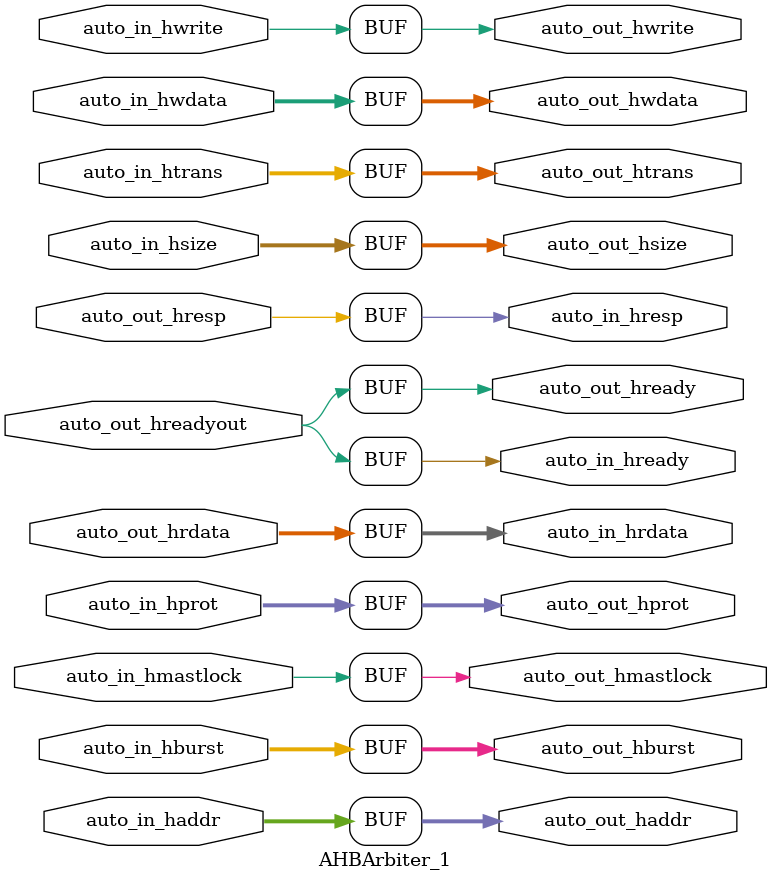
<source format=sv>
module AHBArbiter_1(
  input         auto_in_hmastlock,
  output        auto_in_hready,
  input  [1:0]  auto_in_htrans,
  input  [2:0]  auto_in_hsize,
  input  [2:0]  auto_in_hburst,
  input         auto_in_hwrite,
  input  [3:0]  auto_in_hprot,
  input  [30:0] auto_in_haddr,
  input  [31:0] auto_in_hwdata,
  output        auto_in_hresp,
  output [31:0] auto_in_hrdata,
  output        auto_out_hmastlock,
  output        auto_out_hready,
  input         auto_out_hreadyout,
  output [1:0]  auto_out_htrans,
  output [2:0]  auto_out_hsize,
  output [2:0]  auto_out_hburst,
  output        auto_out_hwrite,
  output [3:0]  auto_out_hprot,
  output [30:0] auto_out_haddr,
  output [31:0] auto_out_hwdata,
  input         auto_out_hresp,
  input  [31:0] auto_out_hrdata
);
  assign auto_in_hready = auto_out_hreadyout;
  assign auto_in_hresp = auto_out_hresp;
  assign auto_in_hrdata = auto_out_hrdata;
  assign auto_out_hmastlock = auto_in_hmastlock;
  assign auto_out_hready = auto_out_hreadyout;
  assign auto_out_htrans = auto_in_htrans;
  assign auto_out_hsize = auto_in_hsize;
  assign auto_out_hburst = auto_in_hburst;
  assign auto_out_hwrite = auto_in_hwrite;
  assign auto_out_hprot = auto_in_hprot;
  assign auto_out_haddr = auto_in_haddr;
  assign auto_out_hwdata = auto_in_hwdata;

endmodule

</source>
